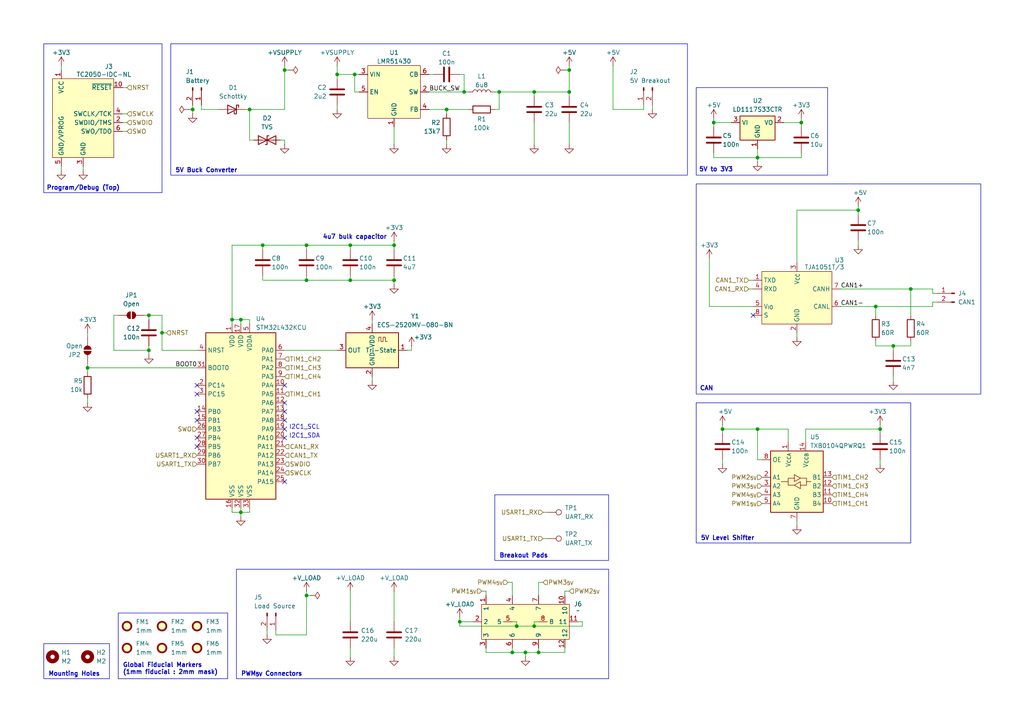
<source format=kicad_sch>
(kicad_sch (version 20250114) (generator "eeschema") (generator_version "9.0")
  (paper "A4")
  (title_block (title "PWM Node") (rev "v0.1.0") (company "Daniel Jeon"))
  (rectangle (start 143.51 143.51) (end 176.53 162.56))
  (rectangle (start 34.29 177.8) (end 66.04 196.85))
  (rectangle (start 12.7 186.69) (end 31.75 196.85))
  (rectangle (start 201.93 116.84) (end 264.16 157.48))
  (rectangle (start 12.7 12.7) (end 46.99 55.88))
  (rectangle (start 201.93 25.4) (end 240.03 50.8))
  (rectangle (start 68.58 165.1) (end 176.53 196.85))
  (rectangle (start 49.53 12.7) (end 199.39 50.8))
  (rectangle (start 201.93 53.34) (end 284.48 114.3))
  (text "5V Buck Converter" (at 50.8 48.768 0) (effects (font (size 1.27 1.27) (thickness 0.254) (bold yes)) (justify left top)))
  (text "Mounting Holes" (at 13.97 194.818 0) (effects (font (size 1.27 1.27) (bold yes)) (justify left top)))
  (text "I2C1_SCL" (at 83.82 123.952 0) (effects (font (size 1.27 1.27)) (justify left)))
  (text "4u7 bulk capacitor" (at 112.268 68.834 0) (effects (font (size 1.27 1.27) (thickness 0.254) (bold yes)) (justify right)))
  (text "I2C1_SDA" (at 83.82 126.492 0) (effects (font (size 1.27 1.27)) (justify left)))
  (text "Breakout Pads" (at 144.78 160.528 0) (effects (font (size 1.27 1.27) (bold yes)) (justify left top)))
  (text "Global Fiducial Markers\n(1mm fiducial : 2mm mask)" (at 35.56 192.278 0) (effects (font (size 1.27 1.27) (bold yes)) (justify left top)))
  (text "Program/Debug (Top)" (at 13.462 53.848 0) (effects (font (size 1.27 1.27) (bold yes)) (justify left top)))
  (text "CAN" (at 202.946 112.014 0) (effects (font (size 1.27 1.27) (bold yes)) (justify left top)))
  (text "PWM_{5V} Connectors" (at 69.85 194.818 0) (effects (font (size 1.27 1.27) (bold yes)) (justify left top)))
  (text "5V Level Shifter" (at 203.2 155.448 0) (effects (font (size 1.27 1.27) (bold yes)) (justify left top)))
  (text "5V to 3V3" (at 202.692 48.514 0) (effects (font (size 1.27 1.27) (bold yes)) (justify left top)))
  (junction (at 232.41 35.56))
  (junction (at 154.94 26.67))
  (junction (at 152.4 189.23))
  (junction (at 264.16 83.82))
  (junction (at 88.9 71.12))
  (junction (at 156.21 189.23))
  (junction (at 72.39 31.75))
  (junction (at 88.9 81.28))
  (junction (at 114.3 81.28))
  (junction (at 67.31 92.71))
  (junction (at 154.94 181.61))
  (junction (at 259.08 100.33))
  (junction (at 144.78 26.67))
  (junction (at 134.62 26.67))
  (junction (at 248.92 60.96))
  (junction (at 25.4 106.68))
  (junction (at 129.54 31.75))
  (junction (at 46.99 96.52))
  (junction (at 254 88.9))
  (junction (at 88.9 172.72))
  (junction (at 43.18 91.44))
  (junction (at 149.86 181.61))
  (junction (at 43.18 101.6))
  (junction (at 133.35 180.34))
  (junction (at 101.6 81.28))
  (junction (at 69.85 148.59))
  (junction (at 76.2 71.12))
  (junction (at 102.87 21.59))
  (junction (at 114.3 71.12))
  (junction (at 165.1 26.67))
  (junction (at 165.1 20.32))
  (junction (at 55.88 31.75))
  (junction (at 82.55 20.32))
  (junction (at 219.71 45.72))
  (junction (at 219.71 124.46))
  (junction (at 209.55 124.46))
  (junction (at 69.85 92.71))
  (junction (at 207.01 35.56))
  (junction (at 101.6 71.12))
  (junction (at 255.27 124.46))
  (junction (at 97.79 21.59))
  (junction (at 148.59 189.23))
  (no_connect (at 82.55 124.46))
  (no_connect (at 82.55 116.84))
  (no_connect (at 82.55 139.7))
  (no_connect (at 82.55 119.38))
  (no_connect (at 82.55 127))
  (no_connect (at 57.15 114.3))
  (no_connect (at 57.15 127))
  (no_connect (at 57.15 119.38))
  (no_connect (at 218.44 91.44))
  (no_connect (at 57.15 111.76))
  (no_connect (at 57.15 121.92))
  (no_connect (at 82.55 121.92))
  (no_connect (at 82.55 111.76))
  (no_connect (at 57.15 129.54))
  (wire (pts (xy 82.55 20.32) (xy 82.55 31.75)))
  (wire (pts (xy 35.56 38.1) (xy 36.83 38.1)))
  (wire (pts (xy 148.59 187.96) (xy 148.59 189.23)))
  (wire (pts (xy 255.27 123.19) (xy 255.27 124.46)))
  (wire (pts (xy 133.35 179.07) (xy 133.35 180.34)))
  (wire (pts (xy 168.91 181.61) (xy 168.91 180.34)))
  (wire (pts (xy 46.99 96.52) (xy 46.99 101.6)))
  (wire (pts (xy 264.16 83.82) (xy 270.51 83.82)))
  (wire (pts (xy 133.35 181.61) (xy 149.86 181.61)))
  (wire (pts (xy 149.86 181.61) (xy 154.94 181.61)))
  (wire (pts (xy 55.88 30.48) (xy 55.88 31.75)))
  (wire (pts (xy 97.79 22.86) (xy 97.79 21.59)))
  (wire (pts (xy 25.4 106.68) (xy 57.15 106.68)))
  (wire (pts (xy 231.14 152.4) (xy 231.14 151.13)))
  (wire (pts (xy 58.42 30.48) (xy 58.42 31.75)))
  (wire (pts (xy 107.95 109.22) (xy 107.95 110.49)))
  (wire (pts (xy 76.2 71.12) (xy 88.9 71.12)))
  (wire (pts (xy 133.35 21.59) (xy 134.62 21.59)))
  (wire (pts (xy 46.99 91.44) (xy 46.99 96.52)))
  (wire (pts (xy 232.41 34.29) (xy 232.41 35.56)))
  (wire (pts (xy 165.1 20.32) (xy 165.1 26.67)))
  (wire (pts (xy 67.31 147.32) (xy 67.31 148.59)))
  (wire (pts (xy 101.6 171.45) (xy 101.6 180.34)))
  (wire (pts (xy 231.14 60.96) (xy 231.14 76.2)))
  (wire (pts (xy 114.3 80.01) (xy 114.3 81.28)))
  (wire (pts (xy 41.91 91.44) (xy 43.18 91.44)))
  (wire (pts (xy 76.2 81.28) (xy 88.9 81.28)))
  (wire (pts (xy 72.39 40.64) (xy 73.66 40.64)))
  (wire (pts (xy 54.61 31.75) (xy 55.88 31.75)))
  (wire (pts (xy 43.18 100.33) (xy 43.18 101.6)))
  (wire (pts (xy 186.69 30.48) (xy 186.69 31.75)))
  (wire (pts (xy 71.12 31.75) (xy 72.39 31.75)))
  (wire (pts (xy 101.6 71.12) (xy 114.3 71.12)))
  (wire (pts (xy 88.9 172.72) (xy 88.9 184.15)))
  (wire (pts (xy 118.11 101.6) (xy 119.38 101.6)))
  (wire (pts (xy 107.95 92.71) (xy 107.95 93.98)))
  (wire (pts (xy 102.87 21.59) (xy 104.14 21.59)))
  (wire (pts (xy 69.85 92.71) (xy 69.85 93.98)))
  (wire (pts (xy 152.4 189.23) (xy 152.4 190.5)))
  (wire (pts (xy 124.46 21.59) (xy 125.73 21.59)))
  (wire (pts (xy 43.18 101.6) (xy 43.18 102.87)))
  (wire (pts (xy 88.9 71.12) (xy 88.9 72.39)))
  (wire (pts (xy 82.55 101.6) (xy 97.79 101.6)))
  (wire (pts (xy 119.38 101.6) (xy 119.38 100.33)))
  (wire (pts (xy 24.13 48.26) (xy 24.13 49.53)))
  (wire (pts (xy 270.51 87.63) (xy 271.78 87.63)))
  (wire (pts (xy 189.23 30.48) (xy 189.23 31.75)))
  (wire (pts (xy 76.2 72.39) (xy 76.2 71.12)))
  (wire (pts (xy 219.71 46.99) (xy 219.71 45.72)))
  (wire (pts (xy 154.94 181.61) (xy 168.91 181.61)))
  (wire (pts (xy 217.17 83.82) (xy 218.44 83.82)))
  (wire (pts (xy 140.97 171.45) (xy 140.97 172.72)))
  (wire (pts (xy 205.74 88.9) (xy 218.44 88.9)))
  (wire (pts (xy 82.55 20.32) (xy 82.55 19.05)))
  (wire (pts (xy 148.59 189.23) (xy 152.4 189.23)))
  (wire (pts (xy 133.35 180.34) (xy 137.16 180.34)))
  (wire (pts (xy 205.74 74.93) (xy 205.74 88.9)))
  (wire (pts (xy 82.55 31.75) (xy 72.39 31.75)))
  (wire (pts (xy 167.64 180.34) (xy 168.91 180.34)))
  (wire (pts (xy 104.14 26.67) (xy 102.87 26.67)))
  (wire (pts (xy 35.56 25.4) (xy 36.83 25.4)))
  (wire (pts (xy 165.1 35.56) (xy 165.1 41.91)))
  (wire (pts (xy 219.71 45.72) (xy 232.41 45.72)))
  (wire (pts (xy 157.48 156.21) (xy 158.75 156.21)))
  (wire (pts (xy 129.54 31.75) (xy 129.54 33.02)))
  (wire (pts (xy 114.3 69.85) (xy 114.3 71.12)))
  (wire (pts (xy 102.87 26.67) (xy 102.87 21.59)))
  (wire (pts (xy 219.71 43.18) (xy 219.71 45.72)))
  (wire (pts (xy 233.68 124.46) (xy 233.68 128.27)))
  (wire (pts (xy 88.9 71.12) (xy 101.6 71.12)))
  (wire (pts (xy 140.97 189.23) (xy 148.59 189.23)))
  (wire (pts (xy 152.4 189.23) (xy 156.21 189.23)))
  (wire (pts (xy 270.51 88.9) (xy 254 88.9)))
  (wire (pts (xy 144.78 26.67) (xy 144.78 31.75)))
  (wire (pts (xy 156.21 180.34) (xy 154.94 180.34)))
  (wire (pts (xy 69.85 92.71) (xy 67.31 92.71)))
  (wire (pts (xy 165.1 19.05) (xy 165.1 20.32)))
  (wire (pts (xy 139.7 171.45) (xy 140.97 171.45)))
  (wire (pts (xy 163.83 187.96) (xy 163.83 189.23)))
  (wire (pts (xy 46.99 101.6) (xy 57.15 101.6)))
  (wire (pts (xy 48.26 96.52) (xy 46.99 96.52)))
  (wire (pts (xy 270.51 87.63) (xy 270.51 88.9)))
  (wire (pts (xy 33.02 91.44) (xy 34.29 91.44)))
  (wire (pts (xy 101.6 80.01) (xy 101.6 81.28)))
  (wire (pts (xy 217.17 81.28) (xy 218.44 81.28)))
  (wire (pts (xy 133.35 180.34) (xy 133.35 181.61)))
  (wire (pts (xy 114.3 187.96) (xy 114.3 190.5)))
  (wire (pts (xy 143.51 26.67) (xy 144.78 26.67)))
  (wire (pts (xy 69.85 148.59) (xy 69.85 149.86)))
  (wire (pts (xy 72.39 31.75) (xy 72.39 40.64)))
  (wire (pts (xy 67.31 71.12) (xy 67.31 92.71)))
  (wire (pts (xy 177.8 19.05) (xy 177.8 31.75)))
  (wire (pts (xy 209.55 133.35) (xy 209.55 134.62)))
  (wire (pts (xy 228.6 124.46) (xy 228.6 128.27)))
  (wire (pts (xy 163.83 20.32) (xy 165.1 20.32)))
  (wire (pts (xy 83.82 20.32) (xy 82.55 20.32)))
  (wire (pts (xy 254 99.06) (xy 254 100.33)))
  (wire (pts (xy 259.08 100.33) (xy 259.08 101.6)))
  (wire (pts (xy 163.83 171.45) (xy 163.83 172.72)))
  (wire (pts (xy 55.88 31.75) (xy 55.88 33.02)))
  (wire (pts (xy 25.4 116.84) (xy 25.4 115.57)))
  (wire (pts (xy 134.62 21.59) (xy 134.62 26.67)))
  (wire (pts (xy 270.51 85.09) (xy 271.78 85.09)))
  (wire (pts (xy 72.39 93.98) (xy 72.39 92.71)))
  (wire (pts (xy 43.18 91.44) (xy 43.18 92.71)))
  (wire (pts (xy 149.86 180.34) (xy 149.86 181.61)))
  (wire (pts (xy 101.6 81.28) (xy 114.3 81.28)))
  (wire (pts (xy 154.94 180.34) (xy 154.94 181.61)))
  (wire (pts (xy 231.14 97.79) (xy 231.14 96.52)))
  (wire (pts (xy 129.54 31.75) (xy 135.89 31.75)))
  (wire (pts (xy 69.85 148.59) (xy 72.39 148.59)))
  (wire (pts (xy 232.41 35.56) (xy 227.33 35.56)))
  (wire (pts (xy 254 88.9) (xy 254 91.44)))
  (wire (pts (xy 255.27 124.46) (xy 233.68 124.46)))
  (wire (pts (xy 264.16 83.82) (xy 264.16 91.44)))
  (wire (pts (xy 25.4 97.79) (xy 25.4 96.52)))
  (wire (pts (xy 154.94 27.94) (xy 154.94 26.67)))
  (wire (pts (xy 148.59 168.91) (xy 148.59 172.72)))
  (wire (pts (xy 259.08 110.49) (xy 259.08 109.22)))
  (wire (pts (xy 129.54 40.64) (xy 129.54 41.91)))
  (wire (pts (xy 209.55 123.19) (xy 209.55 124.46)))
  (wire (pts (xy 97.79 21.59) (xy 102.87 21.59)))
  (wire (pts (xy 156.21 168.91) (xy 156.21 172.72)))
  (wire (pts (xy 77.47 182.88) (xy 77.47 184.15)))
  (wire (pts (xy 58.42 31.75) (xy 63.5 31.75)))
  (wire (pts (xy 35.56 35.56) (xy 36.83 35.56)))
  (wire (pts (xy 156.21 189.23) (xy 163.83 189.23)))
  (wire (pts (xy 140.97 187.96) (xy 140.97 189.23)))
  (wire (pts (xy 148.59 180.34) (xy 149.86 180.34)))
  (wire (pts (xy 67.31 148.59) (xy 69.85 148.59)))
  (wire (pts (xy 207.01 34.29) (xy 207.01 35.56)))
  (wire (pts (xy 259.08 100.33) (xy 264.16 100.33)))
  (wire (pts (xy 177.8 31.75) (xy 186.69 31.75)))
  (wire (pts (xy 17.78 48.26) (xy 17.78 49.53)))
  (wire (pts (xy 165.1 26.67) (xy 165.1 27.94)))
  (wire (pts (xy 124.46 26.67) (xy 134.62 26.67)))
  (wire (pts (xy 72.39 92.71) (xy 69.85 92.71)))
  (wire (pts (xy 114.3 36.83) (xy 114.3 41.91)))
  (wire (pts (xy 148.59 168.91) (xy 147.32 168.91)))
  (wire (pts (xy 207.01 45.72) (xy 219.71 45.72)))
  (wire (pts (xy 248.92 62.23) (xy 248.92 60.96)))
  (wire (pts (xy 207.01 35.56) (xy 207.01 36.83)))
  (wire (pts (xy 144.78 26.67) (xy 154.94 26.67)))
  (wire (pts (xy 207.01 45.72) (xy 207.01 44.45)))
  (wire (pts (xy 154.94 26.67) (xy 165.1 26.67)))
  (wire (pts (xy 154.94 35.56) (xy 154.94 41.91)))
  (wire (pts (xy 243.84 83.82) (xy 264.16 83.82)))
  (wire (pts (xy 43.18 91.44) (xy 46.99 91.44)))
  (wire (pts (xy 157.48 148.59) (xy 158.75 148.59)))
  (wire (pts (xy 80.01 184.15) (xy 80.01 182.88)))
  (wire (pts (xy 69.85 147.32) (xy 69.85 148.59)))
  (wire (pts (xy 255.27 133.35) (xy 255.27 134.62)))
  (wire (pts (xy 209.55 124.46) (xy 219.71 124.46)))
  (wire (pts (xy 209.55 125.73) (xy 209.55 124.46)))
  (wire (pts (xy 35.56 33.02) (xy 36.83 33.02)))
  (wire (pts (xy 124.46 31.75) (xy 129.54 31.75)))
  (wire (pts (xy 232.41 45.72) (xy 232.41 44.45)))
  (wire (pts (xy 264.16 100.33) (xy 264.16 99.06)))
  (wire (pts (xy 248.92 69.85) (xy 248.92 71.12)))
  (wire (pts (xy 88.9 81.28) (xy 101.6 81.28)))
  (wire (pts (xy 90.17 172.72) (xy 88.9 172.72)))
  (wire (pts (xy 254 100.33) (xy 259.08 100.33)))
  (wire (pts (xy 82.55 40.64) (xy 81.28 40.64)))
  (wire (pts (xy 67.31 92.71) (xy 67.31 93.98)))
  (wire (pts (xy 25.4 105.41) (xy 25.4 106.68)))
  (wire (pts (xy 88.9 80.01) (xy 88.9 81.28)))
  (wire (pts (xy 156.21 187.96) (xy 156.21 189.23)))
  (wire (pts (xy 248.92 59.69) (xy 248.92 60.96)))
  (wire (pts (xy 88.9 171.45) (xy 88.9 172.72)))
  (wire (pts (xy 33.02 91.44) (xy 33.02 101.6)))
  (wire (pts (xy 82.55 40.64) (xy 82.55 41.91)))
  (wire (pts (xy 134.62 26.67) (xy 135.89 26.67)))
  (wire (pts (xy 114.3 171.45) (xy 114.3 180.34)))
  (wire (pts (xy 219.71 124.46) (xy 219.71 133.35)))
  (wire (pts (xy 33.02 101.6) (xy 43.18 101.6)))
  (wire (pts (xy 219.71 124.46) (xy 228.6 124.46)))
  (wire (pts (xy 76.2 80.01) (xy 76.2 81.28)))
  (wire (pts (xy 207.01 35.56) (xy 212.09 35.56)))
  (wire (pts (xy 97.79 31.75) (xy 97.79 30.48)))
  (wire (pts (xy 114.3 81.28) (xy 114.3 82.55)))
  (wire (pts (xy 72.39 147.32) (xy 72.39 148.59)))
  (wire (pts (xy 255.27 125.73) (xy 255.27 124.46)))
  (wire (pts (xy 270.51 85.09) (xy 270.51 83.82)))
  (wire (pts (xy 101.6 71.12) (xy 101.6 72.39)))
  (wire (pts (xy 101.6 187.96) (xy 101.6 190.5)))
  (wire (pts (xy 88.9 184.15) (xy 80.01 184.15)))
  (wire (pts (xy 67.31 71.12) (xy 76.2 71.12)))
  (wire (pts (xy 157.48 168.91) (xy 156.21 168.91)))
  (wire (pts (xy 114.3 71.12) (xy 114.3 72.39)))
  (wire (pts (xy 243.84 88.9) (xy 254 88.9)))
  (wire (pts (xy 25.4 106.68) (xy 25.4 107.95)))
  (wire (pts (xy 143.51 31.75) (xy 144.78 31.75)))
  (wire (pts (xy 232.41 35.56) (xy 232.41 36.83)))
  (wire (pts (xy 97.79 19.05) (xy 97.79 21.59)))
  (wire (pts (xy 248.92 60.96) (xy 231.14 60.96)))
  (wire (pts (xy 163.83 171.45) (xy 165.1 171.45)))
  (wire (pts (xy 220.98 133.35) (xy 219.71 133.35)))
  (wire (pts (xy 17.78 19.05) (xy 17.78 20.32)))
  (label "BUCK_SW" (at 124.46 26.67 0))
  (label "BOOT0" (at 57.15 106.68 180))
  (label "CAN1+" (at 243.84 83.82 0))
  (label "CAN1-" (at 243.84 88.9 0))
  (hierarchical_label "NRST" (shape input) (at 48.26 96.52 0))
  (hierarchical_label "TIM1_CH1" (shape input) (at 241.3 146.05 0))
  (hierarchical_label "PWM3_{5V}" (shape input) (at 220.98 140.97 180))
  (hierarchical_label "PWM2_{5V}" (shape input) (at 165.1 171.45 0))
  (hierarchical_label "USART1_TX" (shape input) (at 157.48 156.21 180))
  (hierarchical_label "TIM1_CH2" (shape input) (at 241.3 138.43 0))
  (hierarchical_label "SWO" (shape input) (at 36.83 38.1 0))
  (hierarchical_label "TIM1_CH3" (shape input) (at 82.55 106.68 0))
  (hierarchical_label "NRST" (shape input) (at 36.83 25.4 0))
  (hierarchical_label "PWM2_{5V}" (shape input) (at 220.98 138.43 180))
  (hierarchical_label "PWM1_{5V}" (shape input) (at 139.7 171.45 180))
  (hierarchical_label "USART1_RX" (shape input) (at 157.48 148.59 180))
  (hierarchical_label "PWM1_{5V}" (shape input) (at 220.98 146.05 180))
  (hierarchical_label "SWO" (shape input) (at 57.15 124.46 180))
  (hierarchical_label "TIM1_CH2" (shape input) (at 82.55 104.14 0))
  (hierarchical_label "TIM1_CH1" (shape input) (at 82.55 114.3 0))
  (hierarchical_label "PWM4_{5V}" (shape input) (at 147.32 168.91 180))
  (hierarchical_label "SWCLK" (shape input) (at 36.83 33.02 0))
  (hierarchical_label "CAN1_TX" (shape input) (at 82.55 132.08 0))
  (hierarchical_label "CAN1_RX" (shape input) (at 217.17 83.82 180))
  (hierarchical_label "PWM4_{5V}" (shape input) (at 220.98 143.51 180))
  (hierarchical_label "TIM1_CH4" (shape input) (at 82.55 109.22 0))
  (hierarchical_label "SWDIO" (shape input) (at 82.55 134.62 0))
  (hierarchical_label "CAN1_TX" (shape input) (at 217.17 81.28 180))
  (hierarchical_label "USART1_TX" (shape input) (at 57.15 134.62 180))
  (hierarchical_label "SWDIO" (shape input) (at 36.83 35.56 0))
  (hierarchical_label "TIM1_CH3" (shape input) (at 241.3 140.97 0))
  (hierarchical_label "PWM3_{5V}" (shape input) (at 157.48 168.91 0))
  (hierarchical_label "SWCLK" (shape input) (at 82.55 137.16 0))
  (hierarchical_label "USART1_RX" (shape input) (at 57.15 132.08 180))
  (hierarchical_label "CAN1_RX" (shape input) (at 82.55 129.54 0))
  (hierarchical_label "TIM1_CH4" (shape input) (at 241.3 143.51 0))
  (symbol (lib_id "power:GND") (at 248.92 71.12 0) (unit 1)
    (property "Reference" "#PWR021" (effects (hide yes)))
    (property "Value" "GND" (effects (hide yes)))
    (property "Description" "Power symbol creates a global label with name \"GND\" , ground" (effects (hide yes)))
  )
  (symbol (lib_id "Device:C") (at 154.94 31.75 180) (unit 1)
    (property "Reference" "C3" (at 157.988 30.48 0) (effects (justify right)))
    (property "Value" "22u" (at 157.988 33.02 0) (effects (justify right)))
    (property "Footprint" "Capacitor_SMD:C_1210_3225Metric" (effects (hide yes)))
    (property "Description" "Unpolarized capacitor" (effects (hide yes)))
  )
  (symbol (lib_id "power:GND") (at 43.18 102.87 0) (unit 1)
    (property "Reference" "#PWR028" (effects (hide yes)))
    (property "Value" "GND" (effects (hide yes)))
    (property "Description" "Power symbol creates a global label with name \"GND\" , ground" (effects (hide yes)))
  )
  (symbol (lib_id "Device:R") (at 25.4 111.76 0) (unit 1)
    (property "Reference" "R5" (at 21.336 110.49 0) (effects (justify left)))
    (property "Value" "10k" (at 20.32 113.03 0) (effects (justify left)))
    (property "Footprint" "Resistor_SMD:R_0603_1608Metric" (effects (hide yes)))
    (property "Description" "Resistor" (effects (hide yes)))
  )
  (symbol (lib_id "power:PWR_FLAG") (at 163.83 20.32 90) (unit 1)
    (property "Reference" "#FLG02" (effects (hide yes)))
    (property "Value" "PWR_FLAG" (effects (hide yes)))
    (property "Description" "Special symbol for telling ERC where power comes from" (effects (hide yes)))
  )
  (symbol (lib_id "power:+5V") (at 114.3 171.45 0) (mirror y) (unit 1)
    (property "Reference" "#PWR040" (effects (hide yes)))
    (property "Value" "+V_LOAD" (at 114.3 167.64 0))
    (property "Description" "Power symbol creates a global label with name \"+5V\"" (effects (hide yes)))
  )
  (symbol (lib_id "power:GND") (at 255.27 134.62 0) (unit 1)
    (property "Reference" "#PWR035" (effects (hide yes)))
    (property "Value" "GND" (effects (hide yes)))
    (property "Description" "Power symbol creates a global label with name \"GND\" , ground" (effects (hide yes)))
  )
  (symbol (lib_id "Device:R") (at 139.7 31.75 90) (unit 1)
    (property "Reference" "R1" (at 139.7 34.544 90))
    (property "Value" "100k" (at 139.7 37.084 90))
    (property "Footprint" "Resistor_SMD:R_0603_1608Metric" (effects (hide yes)))
    (property "Description" "Resistor" (effects (hide yes)))
  )
  (symbol (lib_id "Device:C") (at 114.3 76.2 0) (unit 1)
    (property "Reference" "C11" (at 116.84 74.93 0) (effects (justify left)))
    (property "Value" "4u7" (at 116.84 77.47 0) (effects (justify left)))
    (property "Footprint" "Capacitor_SMD:C_0603_1608Metric" (effects (hide yes)))
    (property "Description" "Unpolarized capacitor" (effects (hide yes)))
  )
  (symbol (lib_id "common:txb0104qpwrq1") (at 231.14 139.7 0) (unit 1)
    (property "Reference" "U5" (at 234.95 126.746 0) (effects (justify left)))
    (property "Value" "TXB0104QPWRQ1" (at 234.95 129.286 0) (effects (justify left)))
    (property "Footprint" "common:txb0104qpwrq1" (effects (hide yes)))
    (property "Datasheet" "https://www.ti.com/general/docs/suppproductinfo.tsp?distId=10&gotoUrl=https%3A%2F%2Fwww.ti.com%2Flit%2Fgpn%2Ftxb0104-q1" (effects (hide yes)))
    (property "Description" "Voltage Level Translator Bidirectional 1 Circuit 4 Channel 100Mbps 14-TSSOP, AEC-Q100 variant of TXB0104PWR" (effects (hide yes)))
    (property "Manufacturer" "Texas Instruments" (effects (hide yes)))
    (property "Manufacturer Part Number" "TXB0104QPWRQ1" (effects (hide yes)))
    (property "Distributor" "DigiKey" (effects (hide yes)))
    (property "Distributor Part Number" "296-27760-1-ND" (effects (hide yes)))
    (property "Distributor Link" "https://www.digikey.ca/en/products/detail/texas-instruments/TXB0104QPWRQ1/2232941" (effects (hide yes)))
  )
  (symbol (lib_id "Device:D_Schottky") (at 67.31 31.75 0) (mirror y) (unit 1)
    (property "Reference" "D1" (at 67.6275 25.4 0))
    (property "Value" "Schottky" (at 67.6275 27.94 0))
    (property "Footprint" "Diode_SMD:D_SMA" (effects (hide yes)))
    (property "Description" "Schottky diode" (effects (hide yes)))
  )
  (symbol (lib_id "Connector:Conn_01x02_Pin") (at 276.86 85.09 0) (mirror y) (unit 1)
    (property "Reference" "J4" (at 277.876 85.09 0) (effects (justify right)))
    (property "Value" "CAN1" (at 277.876 87.63 0) (effects (justify right)))
    (property "Footprint" "Connector_PinHeader_2.54mm:PinHeader_1x02_P2.54mm_Vertical" (effects (hide yes)))
    (property "Description" "Generic connector, single row, 01x02, script generated" (effects (hide yes)))
  )
  (symbol (lib_id "power:GND") (at 154.94 41.91 0) (unit 1)
    (property "Reference" "#PWR014" (effects (hide yes)))
    (property "Value" "GND" (effects (hide yes)))
    (property "Description" "Power symbol creates a global label with name \"GND\" , ground" (effects (hide yes)))
  )
  (symbol (lib_id "Regulator_Linear:LD1117S33TR_SOT223") (at 219.71 35.56 0) (unit 1)
    (property "Reference" "U2" (at 219.71 29.21 0))
    (property "Value" "LD1117S33CTR" (at 219.71 31.75 0))
    (property "Footprint" "Package_TO_SOT_SMD:SOT-223-3_TabPin2" (effects (hide yes)))
    (property "Datasheet" "http://www.st.com/st-web-ui/static/active/en/resource/technical/document/datasheet/CD00000544.pdf" (effects (hide yes)))
    (property "Description" "800mA Fixed Low Drop Positive Voltage Regulator, Fixed Output 3.3V, SOT-223" (effects (hide yes)))
  )
  (symbol (lib_id "power:+3V3") (at 114.3 69.85 0) (unit 1)
    (property "Reference" "#PWR020" (effects (hide yes)))
    (property "Value" "+3V3" (at 114.3 66.04 0))
    (property "Description" "Power symbol creates a global label with name \"+3V3\"" (effects (hide yes)))
  )
  (symbol (lib_id "Connector:Conn_01x02_Pin") (at 186.69 25.4 90) (mirror x) (unit 1)
    (property "Reference" "J2" (at 182.626 20.828 90) (effects (justify right)))
    (property "Value" "5V Breakout" (at 182.626 23.368 90) (effects (justify right)))
    (property "Footprint" "pwm_node_connectors:battery" (effects (hide yes)))
    (property "Description" "Generic connector, single row, 01x02, script generated" (effects (hide yes)))
  )
  (symbol (lib_id "power:+5V") (at 248.92 59.69 0) (unit 1)
    (property "Reference" "#PWR019" (effects (hide yes)))
    (property "Value" "+5V" (at 249.428 55.88 0))
    (property "Description" "Power symbol creates a global label with name \"+5V\"" (effects (hide yes)))
  )
  (symbol (lib_id "Device:R") (at 129.54 36.83 0) (mirror y) (unit 1)
    (property "Reference" "R2" (at 127.762 35.56 0) (effects (justify left)))
    (property "Value" "13k7" (at 127.762 38.1 0) (effects (justify left)))
    (property "Footprint" "Resistor_SMD:R_0603_1608Metric" (effects (hide yes)))
    (property "Description" "Resistor" (effects (hide yes)))
  )
  (symbol (lib_id "power:GND") (at 189.23 31.75 0) (unit 1)
    (property "Reference" "#PWR07" (effects (hide yes)))
    (property "Value" "GND" (effects (hide yes)))
    (property "Description" "Power symbol creates a global label with name \"GND\" , ground" (effects (hide yes)))
  )
  (symbol (lib_id "power:GND") (at 77.47 184.15 0) (unit 1)
    (property "Reference" "#PWR042" (effects (hide yes)))
    (property "Value" "GND" (effects (hide yes)))
    (property "Description" "Power symbol creates a global label with name \"GND\" , ground" (effects (hide yes)))
  )
  (symbol (lib_id "Device:C") (at 101.6 76.2 0) (unit 1)
    (property "Reference" "C10" (at 104.14 74.93 0) (effects (justify left)))
    (property "Value" "100n" (at 104.14 77.47 0) (effects (justify left)))
    (property "Footprint" "Capacitor_SMD:C_0603_1608Metric" (effects (hide yes)))
    (property "Description" "Unpolarized capacitor" (effects (hide yes)))
  )
  (symbol (lib_id "power:GND") (at 25.4 116.84 0) (unit 1)
    (property "Reference" "#PWR031" (effects (hide yes)))
    (property "Value" "GND" (effects (hide yes)))
    (property "Description" "Power symbol creates a global label with name \"GND\" , ground" (effects (hide yes)))
  )
  (symbol (lib_id "power:GND") (at 259.08 110.49 0) (unit 1)
    (property "Reference" "#PWR030" (effects (hide yes)))
    (property "Value" "GND" (effects (hide yes)))
    (property "Description" "Power symbol creates a global label with name \"GND\" , ground" (effects (hide yes)))
  )
  (symbol (lib_id "Device:C") (at 232.41 40.64 0) (unit 1)
    (property "Reference" "C6" (at 234.95 39.37 0) (effects (justify left)))
    (property "Value" "10u" (at 234.95 41.91 0) (effects (justify left)))
    (property "Footprint" "Capacitor_SMD:C_0603_1608Metric" (effects (hide yes)))
    (property "Description" "Unpolarized capacitor" (effects (hide yes)))
  )
  (symbol (lib_id "nxp:tja1051t-3") (at 231.14 86.36 0) (unit 1)
    (property "Reference" "U3" (at 242.062 75.438 0) (effects (justify left)))
    (property "Value" "TJA1051T/3" (at 233.3341 77.47 0) (effects (justify left)))
    (property "Footprint" "nxp:sot96-1_soic-8" (effects (hide yes)))
    (property "Datasheet" "https://www.nxp.com/docs/en/data-sheet/TJA1051.pdf" (effects (hide yes)))
    (property "Description" "1/1 Transceiver Half CANbus 8-SO" (effects (hide yes)))
    (property "Manufacturer" "NXP USA Inc." (effects (hide yes)))
    (property "Manufacturer Part Number" "TJA1051T/3" (effects (hide yes)))
    (property "Distributor" "DigiKey" (effects (hide yes)))
    (property "Distributor Part Number" "568-8684-1-ND" (effects (hide yes)))
    (property "Distributor Link" "https://www.digikey.ca/en/products/detail/nxp-usa-inc/TJA1051T-3-118/2406253" (effects (hide yes)))
  )
  (symbol (lib_id "power:GND") (at 97.79 31.75 0) (unit 1)
    (property "Reference" "#PWR06" (effects (hide yes)))
    (property "Value" "GND" (effects (hide yes)))
    (property "Description" "Power symbol creates a global label with name \"GND\" , ground" (effects (hide yes)))
  )
  (symbol (lib_id "pwm_connector_3x4_2-54mm_breakout:3x4_2-54mm_breakout") (at 152.4 180.34 0) (unit 1)
    (property "Reference" "J6" (at 167.64 175.1898 0))
    (property "Value" "~" (at 167.64 177.0949 0))
    (property "Footprint" "pwm_node_connectors:3x4_2-54mm_breakout" (effects (hide yes)))
  )
  (symbol (lib_id "Device:R") (at 254 95.25 0) (unit 1)
    (property "Reference" "R3" (at 255.524 93.98 0) (effects (justify left)))
    (property "Value" "60R" (at 255.524 96.52 0) (effects (justify left)))
    (property "Footprint" "Resistor_SMD:R_0603_1608Metric" (effects (hide yes)))
    (property "Description" "Resistor" (effects (hide yes)))
  )
  (symbol (lib_id "power:GND") (at 129.54 41.91 0) (unit 1)
    (property "Reference" "#PWR013" (effects (hide yes)))
    (property "Value" "GND" (effects (hide yes)))
    (property "Description" "Power symbol creates a global label with name \"GND\" , ground" (effects (hide yes)))
  )
  (symbol (lib_id "Oscillator:ECS-2520MV-xxx-xx") (at 107.95 101.6 0) (mirror y) (unit 1)
    (property "Reference" "Y1" (at 120.396 91.694 0))
    (property "Value" "ECS-2520MV-080-BN" (at 120.396 94.234 0))
    (property "Footprint" "Oscillator:Oscillator_SMD_ECS_2520MV-xxx-xx-4Pin_2.5x2.0mm" (effects (hide yes)))
    (property "Datasheet" "https://www.ecsxtal.com/store/pdf/ECS-2520MV.pdf" (effects (hide yes)))
    (property "Description" "HCMOS Crystal Clock Oscillator, 2.5x2.0 mm SMD" (effects (hide yes)))
  )
  (symbol (lib_id "power:+5V") (at 97.79 19.05 0) (mirror y) (unit 1)
    (property "Reference" "#PWR03" (effects (hide yes)))
    (property "Value" "+VSUPPLY" (at 97.79 15.24 0))
    (property "Description" "Power symbol creates a global label with name \"+5V\"" (effects (hide yes)))
  )
  (symbol (lib_id "Device:R") (at 264.16 95.25 0) (unit 1)
    (property "Reference" "R4" (at 265.684 93.98 0) (effects (justify left)))
    (property "Value" "60R" (at 265.684 96.52 0) (effects (justify left)))
    (property "Footprint" "Resistor_SMD:R_0603_1608Metric" (effects (hide yes)))
    (property "Description" "Resistor" (effects (hide yes)))
  )
  (symbol (lib_id "power:GND") (at 114.3 41.91 0) (unit 1)
    (property "Reference" "#PWR012" (effects (hide yes)))
    (property "Value" "GND" (effects (hide yes)))
    (property "Description" "Power symbol creates a global label with name \"GND\" , ground" (effects (hide yes)))
  )
  (symbol (lib_id "power:+3V3") (at 205.74 74.93 0) (unit 1)
    (property "Reference" "#PWR022" (effects (hide yes)))
    (property "Value" "+3V3" (at 205.74 71.12 0))
    (property "Description" "Power symbol creates a global label with name \"+3V3\"" (effects (hide yes)))
  )
  (symbol (lib_id "Mechanical:Fiducial") (at 46.99 181.61 0) (unit 1) (in_bom no)
    (property "Reference" "FM2" (at 49.53 180.3399 0) (effects (justify left)))
    (property "Value" "1mm" (at 49.53 182.8799 0) (effects (justify left)))
    (property "Footprint" "Fiducial:Fiducial_1mm_Mask2mm" (effects (hide yes)))
    (property "Description" "Fiducial Marker" (effects (hide yes)))
  )
  (symbol (lib_id "power:GND") (at 55.88 33.02 0) (unit 1)
    (property "Reference" "#PWR08" (effects (hide yes)))
    (property "Value" "GND" (effects (hide yes)))
    (property "Description" "Power symbol creates a global label with name \"GND\" , ground" (effects (hide yes)))
  )
  (symbol (lib_id "power:PWR_FLAG") (at 90.17 172.72 270) (mirror x) (unit 1)
    (property "Reference" "#FLG04" (effects (hide yes)))
    (property "Value" "PWR_FLAG" (effects (hide yes)))
    (property "Description" "Special symbol for telling ERC where power comes from" (effects (hide yes)))
  )
  (symbol (lib_id "Device:C") (at 248.92 66.04 0) (unit 1)
    (property "Reference" "C7" (at 251.46 64.77 0) (effects (justify left)))
    (property "Value" "100n" (at 251.46 67.31 0) (effects (justify left)))
    (property "Footprint" "Capacitor_SMD:C_0603_1608Metric" (effects (hide yes)))
    (property "Description" "Unpolarized capacitor" (effects (hide yes)))
  )
  (symbol (lib_id "power:GND") (at 24.13 49.53 0) (unit 1)
    (property "Reference" "#PWR018" (effects (hide yes)))
    (property "Value" "GND" (effects (hide yes)))
    (property "Description" "Power symbol creates a global label with name \"GND\" , ground" (effects (hide yes)))
  )
  (symbol (lib_id "Connector:Conn_01x02_Pin") (at 80.01 177.8 270) (unit 1)
    (property "Reference" "J5" (at 73.66 173.228 90) (effects (justify left)))
    (property "Value" "Load Source" (at 73.66 175.768 90) (effects (justify left)))
    (property "Footprint" "pwm_node_connectors:battery" (effects (hide yes)))
    (property "Description" "Generic connector, single row, 01x02, script generated" (effects (hide yes)))
  )
  (symbol (lib_id "power:GND") (at 152.4 190.5 0) (unit 1)
    (property "Reference" "#PWR045" (effects (hide yes)))
    (property "Value" "GND" (effects (hide yes)))
    (property "Description" "Power symbol creates a global label with name \"GND\" , ground" (effects (hide yes)))
  )
  (symbol (lib_id "Connector:TestPoint") (at 158.75 156.21 270) (unit 1)
    (property "Reference" "TP2" (at 163.83 154.9399 90) (effects (justify left)))
    (property "Value" "UART_TX" (at 163.83 157.4799 90) (effects (justify left)))
    (property "Footprint" "TestPoint:TestPoint_Pad_D1.5mm" (effects (hide yes)))
    (property "Description" "test point" (effects (hide yes)))
  )
  (symbol (lib_id "power:+3V3") (at 25.4 96.52 0) (unit 1)
    (property "Reference" "#PWR025" (effects (hide yes)))
    (property "Value" "+3V3" (at 25.4 92.71 0))
    (property "Description" "Power symbol creates a global label with name \"+3V3\"" (effects (hide yes)))
  )
  (symbol (lib_id "Device:C") (at 97.79 26.67 0) (mirror y) (unit 1)
    (property "Reference" "C2" (at 94.742 25.4 0) (effects (justify left)))
    (property "Value" "2u2" (at 94.742 27.94 0) (effects (justify left)))
    (property "Footprint" "Capacitor_SMD:C_0805_2012Metric" (effects (hide yes)))
    (property "Description" "Unpolarized capacitor" (effects (hide yes)))
  )
  (symbol (lib_id "power:+5V") (at 82.55 19.05 0) (mirror y) (unit 1)
    (property "Reference" "#PWR02" (effects (hide yes)))
    (property "Value" "+VSUPPLY" (at 82.55 15.24 0))
    (property "Description" "Power symbol creates a global label with name \"+5V\"" (effects (hide yes)))
  )
  (symbol (lib_id "power:+5V") (at 101.6 171.45 0) (mirror y) (unit 1)
    (property "Reference" "#PWR039" (effects (hide yes)))
    (property "Value" "+V_LOAD" (at 101.6 167.64 0))
    (property "Description" "Power symbol creates a global label with name \"+5V\"" (effects (hide yes)))
  )
  (symbol (lib_id "power:+5V") (at 133.35 179.07 0) (mirror y) (unit 1)
    (property "Reference" "#PWR041" (effects (hide yes)))
    (property "Value" "+V_LOAD" (at 133.35 175.26 0))
    (property "Description" "Power symbol creates a global label with name \"+5V\"" (effects (hide yes)))
  )
  (symbol (lib_id "Connector:TestPoint") (at 158.75 148.59 270) (unit 1)
    (property "Reference" "TP1" (at 163.83 147.3199 90) (effects (justify left)))
    (property "Value" "UART_RX" (at 163.83 149.8599 90) (effects (justify left)))
    (property "Footprint" "TestPoint:TestPoint_Pad_D1.5mm" (effects (hide yes)))
    (property "Description" "test point" (effects (hide yes)))
  )
  (symbol (lib_id "Device:C") (at 165.1 31.75 180) (unit 1)
    (property "Reference" "C4" (at 168.148 30.48 0) (effects (justify right)))
    (property "Value" "22u" (at 168.148 33.02 0) (effects (justify right)))
    (property "Footprint" "Capacitor_SMD:C_1210_3225Metric" (effects (hide yes)))
    (property "Description" "Unpolarized capacitor" (effects (hide yes)))
  )
  (symbol (lib_id "Device:L") (at 139.7 26.67 90) (unit 1)
    (property "Reference" "L1" (at 139.7 22.098 90))
    (property "Value" "6u8" (at 139.7 24.638 90))
    (property "Footprint" "pwm_node_inductor:vishay_ihlp-2525cz" (effects (hide yes)))
    (property "Description" "Inductor" (effects (hide yes)))
  )
  (symbol (lib_id "Device:C") (at 209.55 129.54 0) (unit 1)
    (property "Reference" "C14" (at 212.09 128.27 0) (effects (justify left)))
    (property "Value" "100n" (at 212.09 130.81 0) (effects (justify left)))
    (property "Footprint" "Capacitor_SMD:C_0603_1608Metric" (effects (hide yes)))
    (property "Description" "Unpolarized capacitor" (effects (hide yes)))
  )
  (symbol (lib_id "power:GND") (at 114.3 82.55 0) (unit 1)
    (property "Reference" "#PWR023" (effects (hide yes)))
    (property "Value" "GND" (effects (hide yes)))
    (property "Description" "Power symbol creates a global label with name \"GND\" , ground" (effects (hide yes)))
  )
  (symbol (lib_id "ti_buck:lmr51430") (at 114.3 26.67 0) (unit 1)
    (property "Reference" "U1" (at 114.3 15.24 0))
    (property "Value" "LMR51430" (at 114.3 17.78 0))
    (property "Footprint" "ti_buck:lmr51430" (effects (hide yes)))
    (property "Datasheet" "https://www.ti.com/lit/gpn/lmr51430" (effects (hide yes)))
    (property "Description" "SIMPLE SWITCHER Power Converter 4.5-V to 36-V, 3-A, Synchronous Buck Converter in a SOT-23 Package" (effects (hide yes)))
    (property "Manufacturer" "Texas Instruments" (effects (hide yes)))
    (property "Manufacturer Part Number" "LMR51430" (effects (hide yes)))
    (property "Distributor" "DigiKey" (effects (hide yes)))
    (property "Distributor Part Number" "LMR51430YDDCR" (effects (hide yes)))
    (property "Distributor Link" "https://www.digikey.ca/en/products/detail/texas-instruments/LMR51430YDDCR/17878361" (effects (hide yes)))
  )
  (symbol (lib_id "Mechanical:Fiducial") (at 57.15 181.61 0) (unit 1) (in_bom no)
    (property "Reference" "FM3" (at 59.69 180.3399 0) (effects (justify left)))
    (property "Value" "1mm" (at 59.69 182.8799 0) (effects (justify left)))
    (property "Footprint" "Fiducial:Fiducial_1mm_Mask2mm" (effects (hide yes)))
    (property "Description" "Fiducial Marker" (effects (hide yes)))
  )
  (symbol (lib_id "power:GND") (at 209.55 134.62 0) (unit 1)
    (property "Reference" "#PWR034" (effects (hide yes)))
    (property "Value" "GND" (effects (hide yes)))
    (property "Description" "Power symbol creates a global label with name \"GND\" , ground" (effects (hide yes)))
  )
  (symbol (lib_id "power:PWR_FLAG") (at 83.82 20.32 270) (mirror x) (unit 1)
    (property "Reference" "#FLG01" (effects (hide yes)))
    (property "Value" "PWR_FLAG" (effects (hide yes)))
    (property "Description" "Special symbol for telling ERC where power comes from" (effects (hide yes)))
  )
  (symbol (lib_id "power:+5V") (at 207.01 34.29 0) (unit 1)
    (property "Reference" "#PWR09" (effects (hide yes)))
    (property "Value" "+5V" (at 207.01 30.48 0))
    (property "Description" "Power symbol creates a global label with name \"+5V\"" (effects (hide yes)))
  )
  (symbol (lib_id "power:GND") (at 165.1 41.91 0) (unit 1)
    (property "Reference" "#PWR015" (effects (hide yes)))
    (property "Value" "GND" (effects (hide yes)))
    (property "Description" "Power symbol creates a global label with name \"GND\" , ground" (effects (hide yes)))
  )
  (symbol (lib_id "Mechanical:MountingHole") (at 15.24 190.5 0) (unit 1) (in_bom no)
    (property "Reference" "H1" (at 17.78 189.2299 0) (effects (justify left)))
    (property "Value" "M2" (at 17.78 191.7699 0) (effects (justify left)))
    (property "Footprint" "MountingHole:MountingHole_2.2mm_M2" (effects (hide yes)))
    (property "Description" "Mounting Hole without connection" (effects (hide yes)))
  )
  (symbol (lib_id "power:GND") (at 82.55 41.91 0) (unit 1)
    (property "Reference" "#PWR011" (effects (hide yes)))
    (property "Value" "GND" (effects (hide yes)))
    (property "Description" "Power symbol creates a global label with name \"GND\" , ground" (effects (hide yes)))
  )
  (symbol (lib_id "Device:C") (at 129.54 21.59 90) (unit 1)
    (property "Reference" "C1" (at 129.54 15.494 90))
    (property "Value" "100n" (at 129.54 18.034 90))
    (property "Footprint" "Capacitor_SMD:C_0805_2012Metric" (effects (hide yes)))
    (property "Description" "Unpolarized capacitor" (effects (hide yes)))
  )
  (symbol (lib_id "power:GND") (at 219.71 46.99 0) (unit 1)
    (property "Reference" "#PWR016" (effects (hide yes)))
    (property "Value" "GND" (effects (hide yes)))
    (property "Description" "Power symbol creates a global label with name \"GND\" , ground" (effects (hide yes)))
  )
  (symbol (lib_id "power:+3V3") (at 119.38 100.33 0) (unit 1)
    (property "Reference" "#PWR027" (effects (hide yes)))
    (property "Value" "+3V3" (at 122.682 97.79 0))
    (property "Description" "Power symbol creates a global label with name \"+3V3\"" (effects (hide yes)))
  )
  (symbol (lib_id "Jumper:SolderJumper_2_Open") (at 38.1 91.44 0) (unit 1) (in_bom no)
    (property "Reference" "JP1" (at 38.1 85.598 0))
    (property "Value" "Open" (at 38.1 88.138 0))
    (property "Footprint" "Jumper:SolderJumper-2_P1.3mm_Open_TrianglePad1.0x1.5mm" (effects (hide yes)))
    (property "Description" "Solder Jumper, 2-pole, open" (effects (hide yes)))
  )
  (symbol (lib_id "Device:C") (at 207.01 40.64 0) (unit 1)
    (property "Reference" "C5" (at 209.55 39.37 0) (effects (justify left)))
    (property "Value" "100n" (at 209.55 41.91 0) (effects (justify left)))
    (property "Footprint" "Capacitor_SMD:C_0603_1608Metric" (effects (hide yes)))
    (property "Description" "Unpolarized capacitor" (effects (hide yes)))
  )
  (symbol (lib_id "Mechanical:Fiducial") (at 36.83 181.61 0) (unit 1) (in_bom no)
    (property "Reference" "FM1" (at 39.37 180.3399 0) (effects (justify left)))
    (property "Value" "1mm" (at 39.37 182.8799 0) (effects (justify left)))
    (property "Footprint" "Fiducial:Fiducial_1mm_Mask2mm" (effects (hide yes)))
    (property "Description" "Fiducial Marker" (effects (hide yes)))
  )
  (symbol (lib_id "power:GND") (at 69.85 149.86 0) (unit 1)
    (property "Reference" "#PWR036" (effects (hide yes)))
    (property "Value" "GND" (effects (hide yes)))
    (property "Description" "Power symbol creates a global label with name \"GND\" , ground" (effects (hide yes)))
  )
  (symbol (lib_id "power:GND") (at 114.3 190.5 0) (unit 1)
    (property "Reference" "#PWR044" (effects (hide yes)))
    (property "Value" "GND" (effects (hide yes)))
    (property "Description" "Power symbol creates a global label with name \"GND\" , ground" (effects (hide yes)))
  )
  (symbol (lib_id "Device:C") (at 114.3 184.15 180) (unit 1)
    (property "Reference" "C17" (at 117.348 182.88 0) (effects (justify right)))
    (property "Value" "220u" (at 117.348 185.42 0) (effects (justify right)))
    (property "Footprint" "Capacitor_SMD:C_Elec_3x5.4" (effects (hide yes)))
    (property "Description" "Unpolarized capacitor" (effects (hide yes)))
  )
  (symbol (lib_id "power:+3V3") (at 255.27 123.19 0) (unit 1)
    (property "Reference" "#PWR033" (effects (hide yes)))
    (property "Value" "+3V3" (at 254.508 119.38 0))
    (property "Description" "Power symbol creates a global label with name \"+3V3\"" (effects (hide yes)))
  )
  (symbol (lib_id "power:+5V") (at 88.9 171.45 0) (mirror y) (unit 1)
    (property "Reference" "#PWR038" (effects (hide yes)))
    (property "Value" "+V_LOAD" (at 88.9 167.64 0))
    (property "Description" "Power symbol creates a global label with name \"+5V\"" (effects (hide yes)))
  )
  (symbol (lib_id "power:+5V") (at 165.1 19.05 0) (unit 1)
    (property "Reference" "#PWR04" (effects (hide yes)))
    (property "Value" "+5V" (at 165.1 15.24 0))
    (property "Description" "Power symbol creates a global label with name \"+5V\"" (effects (hide yes)))
  )
  (symbol (lib_id "power:GND") (at 231.14 152.4 0) (unit 1)
    (property "Reference" "#PWR037" (effects (hide yes)))
    (property "Value" "GND" (effects (hide yes)))
    (property "Description" "Power symbol creates a global label with name \"GND\" , ground" (effects (hide yes)))
  )
  (symbol (lib_id "power:GND") (at 231.14 97.79 0) (unit 1)
    (property "Reference" "#PWR026" (effects (hide yes)))
    (property "Value" "GND" (effects (hide yes)))
    (property "Description" "Power symbol creates a global label with name \"GND\" , ground" (effects (hide yes)))
  )
  (symbol (lib_id "Mechanical:MountingHole") (at 25.4 190.5 0) (unit 1) (in_bom no)
    (property "Reference" "H2" (at 27.94 189.2299 0) (effects (justify left)))
    (property "Value" "M2" (at 27.94 191.7699 0) (effects (justify left)))
    (property "Footprint" "MountingHole:MountingHole_2.2mm_M2" (effects (hide yes)))
    (property "Description" "Mounting Hole without connection" (effects (hide yes)))
  )
  (symbol (lib_id "power:PWR_FLAG") (at 54.61 31.75 90) (unit 1)
    (property "Reference" "#FLG03" (effects (hide yes)))
    (property "Value" "PWR_FLAG" (effects (hide yes)))
    (property "Description" "Special symbol for telling ERC where power comes from" (effects (hide yes)))
  )
  (symbol (lib_id "Connector:Conn_01x02_Pin") (at 58.42 25.4 270) (unit 1)
    (property "Reference" "J1" (at 53.848 20.828 90) (effects (justify left)))
    (property "Value" "Battery" (at 53.848 23.368 90) (effects (justify left)))
    (property "Footprint" "pwm_node_connectors:battery" (effects (hide yes)))
    (property "Description" "Generic connector, single row, 01x02, script generated" (effects (hide yes)))
  )
  (symbol (lib_id "Mechanical:Fiducial") (at 46.99 187.96 0) (unit 1) (in_bom no)
    (property "Reference" "FM5" (at 49.53 186.6899 0) (effects (justify left)))
    (property "Value" "1mm" (at 49.53 189.2299 0) (effects (justify left)))
    (property "Footprint" "Fiducial:Fiducial_1mm_Mask2mm" (effects (hide yes)))
    (property "Description" "Fiducial Marker" (effects (hide yes)))
  )
  (symbol (lib_id "power:GND") (at 107.95 110.49 0) (unit 1)
    (property "Reference" "#PWR029" (effects (hide yes)))
    (property "Value" "GND" (effects (hide yes)))
    (property "Description" "Power symbol creates a global label with name \"GND\" , ground" (effects (hide yes)))
  )
  (symbol (lib_id "power:GND") (at 101.6 190.5 0) (unit 1)
    (property "Reference" "#PWR043" (effects (hide yes)))
    (property "Value" "GND" (effects (hide yes)))
    (property "Description" "Power symbol creates a global label with name \"GND\" , ground" (effects (hide yes)))
  )
  (symbol (lib_id "Jumper:SolderJumper_2_Open") (at 25.4 101.6 90) (mirror x) (unit 1) (in_bom no)
    (property "Reference" "JP2" (at 21.59 102.87 90))
    (property "Value" "Open" (at 21.59 100.33 90))
    (property "Footprint" "Jumper:SolderJumper-2_P1.3mm_Open_TrianglePad1.0x1.5mm" (effects (hide yes)))
    (property "Description" "Solder Jumper, 2-pole, open" (effects (hide yes)))
  )
  (symbol (lib_id "power:+3V3") (at 232.41 34.29 0) (unit 1)
    (property "Reference" "#PWR010" (effects (hide yes)))
    (property "Value" "+3V3" (at 232.41 30.48 0))
    (property "Description" "Power symbol creates a global label with name \"+3V3\"" (effects (hide yes)))
  )
  (symbol (lib_id "stm32l4:stm32l432kcu") (at 69.85 120.65 0) (unit 1)
    (property "Reference" "U4" (at 74.168 92.456 0) (effects (justify left)))
    (property "Value" "STM32L432KCU" (at 74.168 94.996 0) (effects (justify left)))
    (property "Footprint" "stm32l4:QFN-32-1EP_5x5mm_P0.5mm_EP3.45x3.45mm" (effects (hide yes)))
    (property "Datasheet" "https://www.st.com/resource/en/datasheet/stm32l432kc.pdf" (effects (hide yes)))
    (property "Description" "STMicroelectronics Arm Cortex-M4 MCU, 256KB flash, 64KB RAM, 80 MHz, 1.71-3.6V, 26 GPIO, UFQFPN32" (effects (hide yes)))
    (property "Manufacturer" "STMicroelectronics" (effects (hide yes)))
    (property "Manufacturer Part Number" "STM32L432KCU6" (effects (hide yes)))
    (property "Distributor" "DigiKey" (effects (hide yes)))
    (property "Distributor Part Number" "497-16578-ND" (effects (hide yes)))
    (property "Distributor Link" "https://www.digikey.ca/en/products/detail/stmicroelectronics/stm32l432kcu6/6132749" (effects (hide yes)))
  )
  (symbol (lib_id "power:GND") (at 17.78 49.53 0) (unit 1)
    (property "Reference" "#PWR017" (effects (hide yes)))
    (property "Value" "GND" (effects (hide yes)))
    (property "Description" "Power symbol creates a global label with name \"GND\" , ground" (effects (hide yes)))
  )
  (symbol (lib_id "Device:C") (at 101.6 184.15 180) (unit 1)
    (property "Reference" "C16" (at 104.648 182.88 0) (effects (justify right)))
    (property "Value" "220u" (at 104.648 185.42 0) (effects (justify right)))
    (property "Footprint" "Capacitor_SMD:C_Elec_3x5.4" (effects (hide yes)))
    (property "Description" "Unpolarized capacitor" (effects (hide yes)))
  )
  (symbol (lib_id "power:+3V3") (at 107.95 92.71 0) (unit 1)
    (property "Reference" "#PWR024" (effects (hide yes)))
    (property "Value" "+3V3" (at 107.95 88.9 0))
    (property "Description" "Power symbol creates a global label with name \"+3V3\"" (effects (hide yes)))
  )
  (symbol (lib_id "power:+3V3") (at 17.78 19.05 0) (unit 1)
    (property "Reference" "#PWR01" (effects (hide yes)))
    (property "Value" "+3V3" (at 17.78 15.24 0))
    (property "Description" "Power symbol creates a global label with name \"+3V3\"" (effects (hide yes)))
  )
  (symbol (lib_id "Device:C") (at 255.27 129.54 0) (unit 1)
    (property "Reference" "C15" (at 257.81 128.27 0) (effects (justify left)))
    (property "Value" "100n" (at 257.81 130.81 0) (effects (justify left)))
    (property "Footprint" "Capacitor_SMD:C_0603_1608Metric" (effects (hide yes)))
    (property "Description" "Unpolarized capacitor" (effects (hide yes)))
  )
  (symbol (lib_id "tag_connect:tag_connect_arm_swd_tc2050-nl") (at 24.13 34.29 0) (unit 1) (in_bom no)
    (property "Reference" "J3" (at 32.766 19.304 0) (effects (justify right)))
    (property "Value" "TC2050-IDC-NL" (at 38.1 21.59 0) (effects (justify right)))
    (property "Footprint" "tag_connect:tag_connect_tc2050-idc-nl" (effects (hide yes)))
    (property "Datasheet" "https://www.tag-connect.com/wp-content/uploads/bsk-pdf-manager/TC2050-IDC-NL_Datasheet_8.pdf" (effects (hide yes)))
    (property "Description" "Tag-Connect ARM Cortex SWD JTAG connector, 10 pin" (effects (hide yes)))
    (property "Manufacturer" "Tag-Connect" (effects (hide yes)))
    (property "Manufacturer Part Number" "TC2050-IDC-NL" (effects (hide yes)))
  )
  (symbol (lib_id "Device:C") (at 88.9 76.2 0) (unit 1)
    (property "Reference" "C9" (at 91.44 74.93 0) (effects (justify left)))
    (property "Value" "100n" (at 91.44 77.47 0) (effects (justify left)))
    (property "Footprint" "Capacitor_SMD:C_0603_1608Metric" (effects (hide yes)))
    (property "Description" "Unpolarized capacitor" (effects (hide yes)))
  )
  (symbol (lib_id "Device:C") (at 76.2 76.2 0) (unit 1)
    (property "Reference" "C8" (at 78.74 74.93 0) (effects (justify left)))
    (property "Value" "100n" (at 78.74 77.47 0) (effects (justify left)))
    (property "Footprint" "Capacitor_SMD:C_0603_1608Metric" (effects (hide yes)))
    (property "Description" "Unpolarized capacitor" (effects (hide yes)))
  )
  (symbol (lib_id "Device:D_TVS") (at 77.47 40.64 0) (unit 1)
    (property "Reference" "D2" (at 77.47 34.29 0))
    (property "Value" "TVS" (at 77.47 36.83 0))
    (property "Footprint" "Diode_SMD:D_SMA" (effects (hide yes)))
    (property "Description" "Bidirectional transient-voltage-suppression diode" (effects (hide yes)))
  )
  (symbol (lib_id "power:+5V") (at 177.8 19.05 0) (mirror y) (unit 1)
    (property "Reference" "#PWR05" (effects (hide yes)))
    (property "Value" "+5V" (at 177.8 15.24 0))
    (property "Description" "Power symbol creates a global label with name \"+5V\"" (effects (hide yes)))
  )
  (symbol (lib_id "Device:C") (at 43.18 96.52 0) (mirror x) (unit 1)
    (property "Reference" "C12" (at 40.64 95.25 0) (effects (justify right)))
    (property "Value" "100n" (at 40.64 97.79 0) (effects (justify right)))
    (property "Footprint" "Capacitor_SMD:C_0603_1608Metric" (effects (hide yes)))
    (property "Description" "Unpolarized capacitor" (effects (hide yes)))
  )
  (symbol (lib_id "power:+5V") (at 209.55 123.19 0) (unit 1)
    (property "Reference" "#PWR032" (effects (hide yes)))
    (property "Value" "+5V" (at 210.312 119.38 0))
    (property "Description" "Power symbol creates a global label with name \"+5V\"" (effects (hide yes)))
  )
  (symbol (lib_id "Mechanical:Fiducial") (at 57.15 187.96 0) (unit 1) (in_bom no)
    (property "Reference" "FM6" (at 59.69 186.6899 0) (effects (justify left)))
    (property "Value" "1mm" (at 59.69 189.2299 0) (effects (justify left)))
    (property "Footprint" "Fiducial:Fiducial_1mm_Mask2mm" (effects (hide yes)))
    (property "Description" "Fiducial Marker" (effects (hide yes)))
  )
  (symbol (lib_id "Device:C") (at 259.08 105.41 0) (unit 1)
    (property "Reference" "C13" (at 261.62 104.14 0) (effects (justify left)))
    (property "Value" "4n7" (at 261.62 106.68 0) (effects (justify left)))
    (property "Footprint" "Capacitor_SMD:C_0603_1608Metric" (effects (hide yes)))
    (property "Description" "Unpolarized capacitor" (effects (hide yes)))
  )
  (symbol (lib_id "Mechanical:Fiducial") (at 36.83 187.96 0) (unit 1) (in_bom no)
    (property "Reference" "FM4" (at 39.37 186.6899 0) (effects (justify left)))
    (property "Value" "1mm" (at 39.37 189.2299 0) (effects (justify left)))
    (property "Footprint" "Fiducial:Fiducial_1mm_Mask2mm" (effects (hide yes)))
    (property "Description" "Fiducial Marker" (effects (hide yes)))
  )
)
</source>
